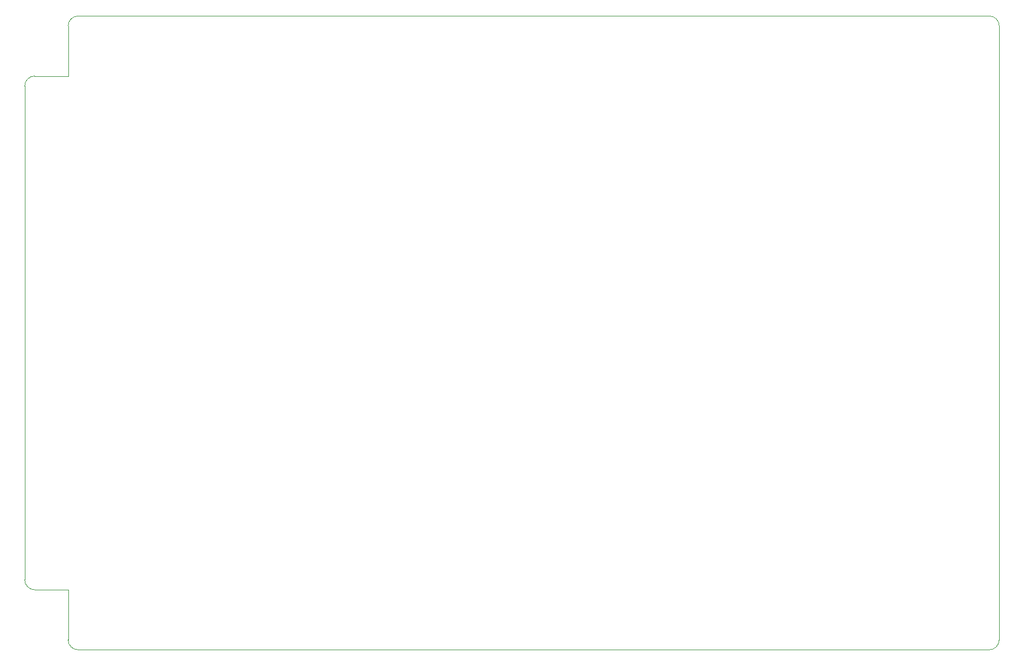
<source format=gbr>
%TF.GenerationSoftware,KiCad,Pcbnew,8.0.8-8.0.8-0~ubuntu22.04.1*%
%TF.CreationDate,2025-02-04T16:45:40+01:00*%
%TF.ProjectId,EEZ DIB 1.2 template,45455a20-4449-4422-9031-2e322074656d,rev?*%
%TF.SameCoordinates,Original*%
%TF.FileFunction,Profile,NP*%
%FSLAX46Y46*%
G04 Gerber Fmt 4.6, Leading zero omitted, Abs format (unit mm)*
G04 Created by KiCad (PCBNEW 8.0.8-8.0.8-0~ubuntu22.04.1) date 2025-02-04 16:45:40*
%MOMM*%
%LPD*%
G01*
G04 APERTURE LIST*
%TA.AperFunction,Profile*%
%ADD10C,0.100000*%
%TD*%
G04 APERTURE END LIST*
D10*
X82001100Y-66503600D02*
X77001100Y-66503600D01*
X220001100Y-57503600D02*
G75*
G02*
X221501100Y-59003600I0J-1500000D01*
G01*
X75501100Y-68003600D02*
G75*
G02*
X77001100Y-66503600I1500000J0D01*
G01*
X221501100Y-151003600D02*
X221501100Y-59003600D01*
X82001100Y-59003600D02*
G75*
G02*
X83501100Y-57503600I1500000J0D01*
G01*
X75501100Y-142003600D02*
X75501100Y-68003600D01*
X82001100Y-66503600D02*
X82001100Y-59003600D01*
X221501100Y-151003600D02*
G75*
G02*
X220001100Y-152503600I-1500000J0D01*
G01*
X82001100Y-143503600D02*
X77001100Y-143503600D01*
X83501100Y-152503600D02*
G75*
G02*
X82001100Y-151003600I0J1500000D01*
G01*
X83501100Y-57503600D02*
X220001100Y-57503600D01*
X82001100Y-151003600D02*
X82001100Y-143503600D01*
X77001100Y-143503600D02*
G75*
G02*
X75501100Y-142003600I0J1500000D01*
G01*
X220001100Y-152503600D02*
X83501100Y-152503600D01*
M02*

</source>
